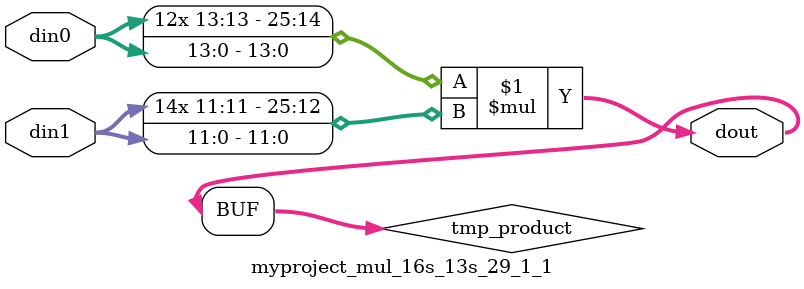
<source format=v>

`timescale 1 ns / 1 ps

  module myproject_mul_16s_13s_29_1_1(din0, din1, dout);
parameter ID = 1;
parameter NUM_STAGE = 0;
parameter din0_WIDTH = 14;
parameter din1_WIDTH = 12;
parameter dout_WIDTH = 26;

input [din0_WIDTH - 1 : 0] din0; 
input [din1_WIDTH - 1 : 0] din1; 
output [dout_WIDTH - 1 : 0] dout;

wire signed [dout_WIDTH - 1 : 0] tmp_product;













assign tmp_product = $signed(din0) * $signed(din1);








assign dout = tmp_product;







endmodule

</source>
